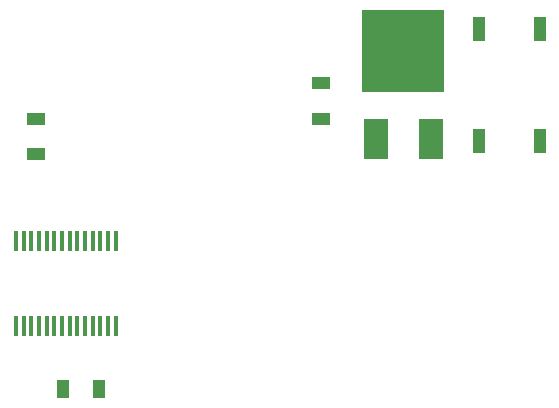
<source format=gbr>
G04 #@! TF.GenerationSoftware,KiCad,Pcbnew,(5.0.2)-1*
G04 #@! TF.CreationDate,2019-01-28T20:15:30+01:00*
G04 #@! TF.ProjectId,plyta_glowna,706c7974-615f-4676-9c6f-776e612e6b69,rev?*
G04 #@! TF.SameCoordinates,Original*
G04 #@! TF.FileFunction,Paste,Bot*
G04 #@! TF.FilePolarity,Positive*
%FSLAX46Y46*%
G04 Gerber Fmt 4.6, Leading zero omitted, Abs format (unit mm)*
G04 Created by KiCad (PCBNEW (5.0.2)-1) date 2019-01-28 20:15:30*
%MOMM*%
%LPD*%
G01*
G04 APERTURE LIST*
%ADD10R,1.600000X1.000000*%
%ADD11R,1.000000X1.600000*%
%ADD12R,1.000000X2.000000*%
%ADD13R,7.000000X7.000000*%
%ADD14R,2.000000X3.500000*%
%ADD15R,0.450000X1.750000*%
G04 APERTURE END LIST*
D10*
G04 #@! TO.C,C2*
X66040000Y-53340000D03*
X66040000Y-50340000D03*
G04 #@! TD*
D11*
G04 #@! TO.C,C5*
X47220000Y-76200000D03*
X44220000Y-76200000D03*
G04 #@! TD*
D10*
G04 #@! TO.C,C6*
X41910000Y-56340000D03*
X41910000Y-53340000D03*
G04 #@! TD*
D12*
G04 #@! TO.C,D2*
X84585320Y-55206240D03*
X79385320Y-55206240D03*
X84585320Y-45706240D03*
X79385320Y-45706240D03*
G04 #@! TD*
D13*
G04 #@! TO.C,U1*
X73025000Y-47625000D03*
D14*
X70745000Y-55025000D03*
X75325000Y-55025000D03*
G04 #@! TD*
D15*
G04 #@! TO.C,U3*
X48675000Y-63710000D03*
X48025000Y-63710000D03*
X47375000Y-63710000D03*
X46725000Y-63710000D03*
X46075000Y-63710000D03*
X45425000Y-63710000D03*
X44775000Y-63710000D03*
X44125000Y-63710000D03*
X43475000Y-63710000D03*
X42825000Y-63710000D03*
X42175000Y-63710000D03*
X41525000Y-63710000D03*
X40875000Y-63710000D03*
X40225000Y-63710000D03*
X40225000Y-70910000D03*
X40875000Y-70910000D03*
X41525000Y-70910000D03*
X42175000Y-70910000D03*
X42825000Y-70910000D03*
X43475000Y-70910000D03*
X44125000Y-70910000D03*
X44775000Y-70910000D03*
X45425000Y-70910000D03*
X46075000Y-70910000D03*
X46725000Y-70910000D03*
X47375000Y-70910000D03*
X48025000Y-70910000D03*
X48675000Y-70910000D03*
G04 #@! TD*
M02*

</source>
